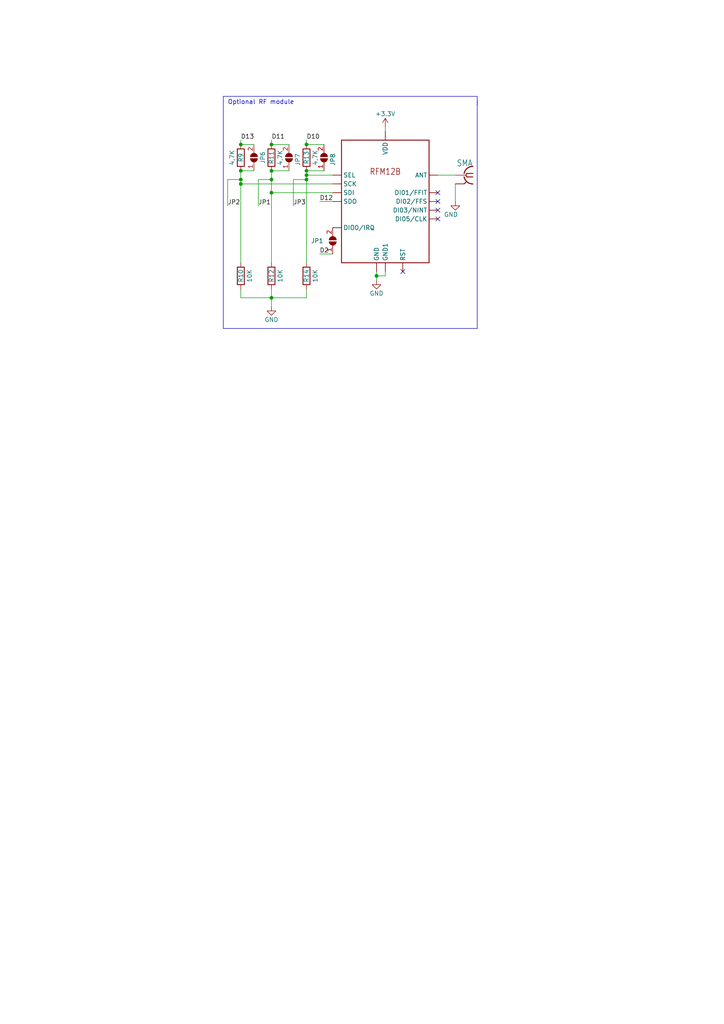
<source format=kicad_sch>
(kicad_sch (version 20230121) (generator eeschema)

  (uuid 80ba54c9-825a-4b9f-95dd-c801829e4ee7)

  (paper "A4" portrait)

  (lib_symbols
    (symbol "Device:R" (pin_numbers hide) (pin_names (offset 0)) (in_bom yes) (on_board yes)
      (property "Reference" "R" (at 2.032 0 90)
        (effects (font (size 1.27 1.27)))
      )
      (property "Value" "R" (at 0 0 90)
        (effects (font (size 1.27 1.27)))
      )
      (property "Footprint" "" (at -1.778 0 90)
        (effects (font (size 1.27 1.27)) hide)
      )
      (property "Datasheet" "~" (at 0 0 0)
        (effects (font (size 1.27 1.27)) hide)
      )
      (property "ki_keywords" "R res resistor" (at 0 0 0)
        (effects (font (size 1.27 1.27)) hide)
      )
      (property "ki_description" "Resistor" (at 0 0 0)
        (effects (font (size 1.27 1.27)) hide)
      )
      (property "ki_fp_filters" "R_*" (at 0 0 0)
        (effects (font (size 1.27 1.27)) hide)
      )
      (symbol "R_0_1"
        (rectangle (start -1.016 -2.54) (end 1.016 2.54)
          (stroke (width 0.254) (type default))
          (fill (type none))
        )
      )
      (symbol "R_1_1"
        (pin passive line (at 0 3.81 270) (length 1.27)
          (name "~" (effects (font (size 1.27 1.27))))
          (number "1" (effects (font (size 1.27 1.27))))
        )
        (pin passive line (at 0 -3.81 90) (length 1.27)
          (name "~" (effects (font (size 1.27 1.27))))
          (number "2" (effects (font (size 1.27 1.27))))
        )
      )
    )
    (symbol "Jumper:SolderJumper_2_Open" (pin_names (offset 0) hide) (in_bom yes) (on_board yes)
      (property "Reference" "JP" (at 0 2.032 0)
        (effects (font (size 1.27 1.27)))
      )
      (property "Value" "SolderJumper_2_Open" (at 0 -2.54 0)
        (effects (font (size 1.27 1.27)))
      )
      (property "Footprint" "" (at 0 0 0)
        (effects (font (size 1.27 1.27)) hide)
      )
      (property "Datasheet" "~" (at 0 0 0)
        (effects (font (size 1.27 1.27)) hide)
      )
      (property "ki_keywords" "solder jumper SPST" (at 0 0 0)
        (effects (font (size 1.27 1.27)) hide)
      )
      (property "ki_description" "Solder Jumper, 2-pole, open" (at 0 0 0)
        (effects (font (size 1.27 1.27)) hide)
      )
      (property "ki_fp_filters" "SolderJumper*Open*" (at 0 0 0)
        (effects (font (size 1.27 1.27)) hide)
      )
      (symbol "SolderJumper_2_Open_0_1"
        (arc (start -0.254 1.016) (mid -1.2656 0) (end -0.254 -1.016)
          (stroke (width 0) (type default))
          (fill (type none))
        )
        (arc (start -0.254 1.016) (mid -1.2656 0) (end -0.254 -1.016)
          (stroke (width 0) (type default))
          (fill (type outline))
        )
        (polyline
          (pts
            (xy -0.254 1.016)
            (xy -0.254 -1.016)
          )
          (stroke (width 0) (type default))
          (fill (type none))
        )
        (polyline
          (pts
            (xy 0.254 1.016)
            (xy 0.254 -1.016)
          )
          (stroke (width 0) (type default))
          (fill (type none))
        )
        (arc (start 0.254 -1.016) (mid 1.2656 0) (end 0.254 1.016)
          (stroke (width 0) (type default))
          (fill (type none))
        )
        (arc (start 0.254 -1.016) (mid 1.2656 0) (end 0.254 1.016)
          (stroke (width 0) (type default))
          (fill (type outline))
        )
      )
      (symbol "SolderJumper_2_Open_1_1"
        (pin passive line (at -3.81 0 0) (length 2.54)
          (name "A" (effects (font (size 1.27 1.27))))
          (number "1" (effects (font (size 1.27 1.27))))
        )
        (pin passive line (at 3.81 0 180) (length 2.54)
          (name "B" (effects (font (size 1.27 1.27))))
          (number "2" (effects (font (size 1.27 1.27))))
        )
      )
    )
    (symbol "UserDef:BU-SMA-V" (in_bom yes) (on_board yes)
      (property "Reference" "CN9" (at -3.81 2.54 0)
        (effects (font (size 1.778 1.5113)) (justify left bottom))
      )
      (property "Value" "BU-SMA-V" (at -3.81 -6.35 0)
        (effects (font (size 1.778 1.5113)) (justify left bottom))
      )
      (property "Footprint" "Connector_Coaxial:SMA_Amphenol_132291-12_Vertical" (at 0 0 0)
        (effects (font (size 1.27 1.27)) hide)
      )
      (property "Datasheet" "" (at 0 0 0)
        (effects (font (size 1.27 1.27)) hide)
      )
      (property "ki_locked" "" (at 0 0 0)
        (effects (font (size 1.27 1.27)))
      )
      (symbol "BU-SMA-V_1_0"
        (arc (start -2.54 -2.54) (mid -0.9022 -1.9838) (end 0 -0.508)
          (stroke (width 0.3048) (type default))
          (fill (type none))
        )
        (polyline
          (pts
            (xy -2.54 0.508)
            (xy -0.762 0.508)
          )
          (stroke (width 0.254) (type default))
          (fill (type none))
        )
        (polyline
          (pts
            (xy -0.762 -0.508)
            (xy -2.54 -0.508)
          )
          (stroke (width 0.254) (type default))
          (fill (type none))
        )
        (polyline
          (pts
            (xy -0.762 0.508)
            (xy -0.508 0)
          )
          (stroke (width 0.254) (type default))
          (fill (type none))
        )
        (polyline
          (pts
            (xy -0.508 0)
            (xy -0.762 -0.508)
          )
          (stroke (width 0.254) (type default))
          (fill (type none))
        )
        (polyline
          (pts
            (xy 0 -2.54)
            (xy -0.762 -1.778)
          )
          (stroke (width 0.254) (type default))
          (fill (type none))
        )
        (polyline
          (pts
            (xy 0 0)
            (xy -0.508 0)
          )
          (stroke (width 0.1524) (type default))
          (fill (type none))
        )
        (arc (start 0 0.508) (mid -0.9022 1.9838) (end -2.54 2.54)
          (stroke (width 0.3048) (type default))
          (fill (type none))
        )
        (pin passive line (at 2.54 0 180) (length 2.54)
          (name "1" (effects (font (size 0 0))))
          (number "1" (effects (font (size 0 0))))
        )
        (pin passive line (at 2.54 -2.54 180) (length 2.54)
          (name "2" (effects (font (size 0 0))))
          (number "2" (effects (font (size 0 0))))
        )
        (pin passive line (at 2.54 -2.54 180) (length 2.54)
          (name "2" (effects (font (size 0 0))))
          (number "3" (effects (font (size 0 0))))
        )
        (pin passive line (at 2.54 -2.54 180) (length 2.54)
          (name "2" (effects (font (size 0 0))))
          (number "4" (effects (font (size 0 0))))
        )
        (pin passive line (at 2.54 -2.54 180) (length 2.54)
          (name "2" (effects (font (size 0 0))))
          (number "5" (effects (font (size 0 0))))
        )
      )
    )
    (symbol "UserDef:RFM12B" (in_bom yes) (on_board yes)
      (property "Reference" "RF1" (at 0 8.89 0)
        (effects (font (size 1.27 1.27)) hide)
      )
      (property "Value" "RFM12B" (at 0 6.35 0)
        (effects (font (size 1.27 1.27)) hide)
      )
      (property "Footprint" "RF_Module:RFM12B" (at 0 -7.62 0)
        (effects (font (size 1.27 1.27)) hide)
      )
      (property "Datasheet" "" (at 0 0 0)
        (effects (font (size 1.27 1.27)) hide)
      )
      (property "ki_locked" "" (at 0 0 0)
        (effects (font (size 1.27 1.27)))
      )
      (symbol "RFM12B_1_0"
        (polyline
          (pts
            (xy -12.7 -15.24)
            (xy -12.7 20.32)
          )
          (stroke (width 0.254) (type default))
          (fill (type none))
        )
        (polyline
          (pts
            (xy -12.7 20.32)
            (xy 12.7 20.32)
          )
          (stroke (width 0.254) (type default))
          (fill (type none))
        )
        (polyline
          (pts
            (xy 12.7 -15.24)
            (xy -12.7 -15.24)
          )
          (stroke (width 0.254) (type default))
          (fill (type none))
        )
        (polyline
          (pts
            (xy 12.7 20.32)
            (xy 12.7 -15.24)
          )
          (stroke (width 0.254) (type default))
          (fill (type none))
        )
        (text "RFM12B" (at 0 10.16 0)
          (effects (font (size 1.778 1.5113)) (justify bottom))
        )
        (pin passive line (at 15.24 10.16 180) (length 2.54)
          (name "ANT" (effects (font (size 1.27 1.27))))
          (number "ANT" (effects (font (size 0 0))))
        )
        (pin passive line (at 15.24 -2.54 180) (length 2.54)
          (name "DI05/CLK" (effects (font (size 1.27 1.27))))
          (number "CLK" (effects (font (size 0 0))))
        )
        (pin passive line (at 15.24 5.08 180) (length 2.54)
          (name "DI01/FFIT" (effects (font (size 1.27 1.27))))
          (number "FFIT" (effects (font (size 0 0))))
        )
        (pin bidirectional line (at 15.24 2.54 180) (length 2.54)
          (name "DI02/FFS" (effects (font (size 1.27 1.27))))
          (number "FFS" (effects (font (size 0 0))))
        )
        (pin power_in line (at -2.54 -17.78 90) (length 2.54)
          (name "GND" (effects (font (size 1.27 1.27))))
          (number "GND" (effects (font (size 0 0))))
        )
        (pin power_in line (at 0 -17.78 90) (length 2.54)
          (name "GND1" (effects (font (size 1.27 1.27))))
          (number "GND1" (effects (font (size 0 0))))
        )
        (pin open_collector line (at -15.24 -5.08 0) (length 2.54)
          (name "DIO0/IRQ" (effects (font (size 1.27 1.27))))
          (number "IRQ" (effects (font (size 0 0))))
        )
        (pin passive line (at 15.24 0 180) (length 2.54)
          (name "DI03/NINT" (effects (font (size 1.27 1.27))))
          (number "NINT" (effects (font (size 0 0))))
        )
        (pin open_collector line (at 5.08 -17.78 90) (length 2.54)
          (name "RST" (effects (font (size 1.27 1.27))))
          (number "RST" (effects (font (size 0 0))))
        )
        (pin input line (at -15.24 7.62 0) (length 2.54)
          (name "SCK" (effects (font (size 1.27 1.27))))
          (number "SCK" (effects (font (size 0 0))))
        )
        (pin input line (at -15.24 5.08 0) (length 2.54)
          (name "SDI" (effects (font (size 1.27 1.27))))
          (number "SDI" (effects (font (size 0 0))))
        )
        (pin output line (at -15.24 2.54 0) (length 2.54)
          (name "SDO" (effects (font (size 1.27 1.27))))
          (number "SDO" (effects (font (size 0 0))))
        )
        (pin input line (at -15.24 10.16 0) (length 2.54)
          (name "SEL" (effects (font (size 1.27 1.27))))
          (number "SEL" (effects (font (size 0 0))))
        )
        (pin power_in line (at 0 22.86 270) (length 2.54)
          (name "VDD" (effects (font (size 1.27 1.27))))
          (number "VDD" (effects (font (size 0 0))))
        )
      )
    )
    (symbol "power:+3.3V" (power) (pin_names (offset 0)) (in_bom yes) (on_board yes)
      (property "Reference" "#PWR" (at 0 -3.81 0)
        (effects (font (size 1.27 1.27)) hide)
      )
      (property "Value" "+3.3V" (at 0 3.556 0)
        (effects (font (size 1.27 1.27)))
      )
      (property "Footprint" "" (at 0 0 0)
        (effects (font (size 1.27 1.27)) hide)
      )
      (property "Datasheet" "" (at 0 0 0)
        (effects (font (size 1.27 1.27)) hide)
      )
      (property "ki_keywords" "power-flag" (at 0 0 0)
        (effects (font (size 1.27 1.27)) hide)
      )
      (property "ki_description" "Power symbol creates a global label with name \"+3.3V\"" (at 0 0 0)
        (effects (font (size 1.27 1.27)) hide)
      )
      (symbol "+3.3V_0_1"
        (polyline
          (pts
            (xy -0.762 1.27)
            (xy 0 2.54)
          )
          (stroke (width 0) (type default))
          (fill (type none))
        )
        (polyline
          (pts
            (xy 0 0)
            (xy 0 2.54)
          )
          (stroke (width 0) (type default))
          (fill (type none))
        )
        (polyline
          (pts
            (xy 0 2.54)
            (xy 0.762 1.27)
          )
          (stroke (width 0) (type default))
          (fill (type none))
        )
      )
      (symbol "+3.3V_1_1"
        (pin power_in line (at 0 0 90) (length 0) hide
          (name "+3.3V" (effects (font (size 1.27 1.27))))
          (number "1" (effects (font (size 1.27 1.27))))
        )
      )
    )
    (symbol "power:GND" (power) (pin_names (offset 0)) (in_bom yes) (on_board yes)
      (property "Reference" "#PWR" (at 0 -6.35 0)
        (effects (font (size 1.27 1.27)) hide)
      )
      (property "Value" "GND" (at 0 -3.81 0)
        (effects (font (size 1.27 1.27)))
      )
      (property "Footprint" "" (at 0 0 0)
        (effects (font (size 1.27 1.27)) hide)
      )
      (property "Datasheet" "" (at 0 0 0)
        (effects (font (size 1.27 1.27)) hide)
      )
      (property "ki_keywords" "power-flag" (at 0 0 0)
        (effects (font (size 1.27 1.27)) hide)
      )
      (property "ki_description" "Power symbol creates a global label with name \"GND\" , ground" (at 0 0 0)
        (effects (font (size 1.27 1.27)) hide)
      )
      (symbol "GND_0_1"
        (polyline
          (pts
            (xy 0 0)
            (xy 0 -1.27)
            (xy 1.27 -1.27)
            (xy 0 -2.54)
            (xy -1.27 -1.27)
            (xy 0 -1.27)
          )
          (stroke (width 0) (type default))
          (fill (type none))
        )
      )
      (symbol "GND_1_1"
        (pin power_in line (at 0 0 270) (length 0) hide
          (name "GND" (effects (font (size 1.27 1.27))))
          (number "1" (effects (font (size 1.27 1.27))))
        )
      )
    )
  )

  (junction (at 78.74 86.36) (diameter 0) (color 0 0 0 0)
    (uuid 1bb1ae6d-50a9-4fc6-9ed7-9ffac6ef0319)
  )
  (junction (at 69.85 52.07) (diameter 0) (color 0 0 0 0)
    (uuid 244d3d2c-4a63-4466-9077-24384f22394c)
  )
  (junction (at 78.74 49.53) (diameter 0) (color 0 0 0 0)
    (uuid 26c2658c-6ca1-49cd-9526-9ca8ed0e1fb8)
  )
  (junction (at 78.74 55.88) (diameter 0) (color 0 0 0 0)
    (uuid 4560e110-ffbd-479d-b3c8-745b7885633c)
  )
  (junction (at 69.85 53.34) (diameter 0) (color 0 0 0 0)
    (uuid 4963c93f-6a22-47a7-935d-0b1dc08888c6)
  )
  (junction (at 88.9 50.8) (diameter 0) (color 0 0 0 0)
    (uuid 4b529c2b-f2b8-43c8-9be2-a8b0f96f65f5)
  )
  (junction (at 109.22 80.01) (diameter 0) (color 0 0 0 0)
    (uuid 69896d91-28ea-4cdd-b5f9-459713fe2d1b)
  )
  (junction (at 88.9 49.53) (diameter 0) (color 0 0 0 0)
    (uuid 912a114a-84a8-4eda-9fa9-5f80160b950e)
  )
  (junction (at 88.9 41.91) (diameter 0) (color 0 0 0 0)
    (uuid a20ed283-4efb-442f-b0f6-f607cb293205)
  )
  (junction (at 78.74 52.07) (diameter 0) (color 0 0 0 0)
    (uuid a61aaeef-bd3b-4a2a-84e3-66fd46413ec0)
  )
  (junction (at 69.85 49.53) (diameter 0) (color 0 0 0 0)
    (uuid d5c24207-1d62-48d7-b55c-b919b272f692)
  )
  (junction (at 78.74 41.91) (diameter 0) (color 0 0 0 0)
    (uuid dba580b0-a020-4a00-a448-adc2bbb24b92)
  )
  (junction (at 88.9 52.07) (diameter 0) (color 0 0 0 0)
    (uuid e05e997a-8e30-4f65-88ba-c0fdb6eed7a8)
  )
  (junction (at 69.85 41.91) (diameter 0) (color 0 0 0 0)
    (uuid e201b499-e048-4058-8421-3e4753f20919)
  )

  (no_connect (at 127 55.88) (uuid 764473e2-bef0-4bf8-b972-afa55093f946))
  (no_connect (at 127 60.96) (uuid b542364e-b5ec-4d8b-9aa1-3e75918dabd6))
  (no_connect (at 127 63.5) (uuid c9619ab1-e110-4191-ae94-c4c8cb4c1b27))
  (no_connect (at 127 58.42) (uuid ccff9caa-1dd8-4767-bcbe-47c6783ddb33))
  (no_connect (at 116.84 78.74) (uuid f3c204c4-b357-40d4-a27e-72404bbf5627))

  (wire (pts (xy 88.9 50.8) (xy 88.9 49.53))
    (stroke (width 0) (type default))
    (uuid 00807da0-dbfd-4c1e-897d-6e2ec27491ba)
  )
  (wire (pts (xy 78.74 83.82) (xy 78.74 86.36))
    (stroke (width 0) (type default))
    (uuid 018f991d-8972-483b-896f-7d6085b47af1)
  )
  (wire (pts (xy 111.76 80.01) (xy 109.22 80.01))
    (stroke (width 0) (type default))
    (uuid 09c851c1-3c60-4cb3-8223-5db91c05aac0)
  )
  (polyline (pts (xy 64.77 95.25) (xy 64.77 27.94))
    (stroke (width 0) (type default))
    (uuid 178f7951-d7be-4b24-9b93-9393bb8b798d)
  )

  (wire (pts (xy 127 50.8) (xy 132.08 50.8))
    (stroke (width 0) (type default))
    (uuid 1944c6a6-bb89-4820-9822-bf021aefe4ee)
  )
  (wire (pts (xy 69.85 40.64) (xy 69.85 41.91))
    (stroke (width 0) (type default))
    (uuid 2abb635a-96f7-4fc8-8944-1239cdafb88a)
  )
  (polyline (pts (xy 138.43 27.94) (xy 138.43 30.48))
    (stroke (width 0) (type default))
    (uuid 2f76a4d0-8a2d-4326-8348-ad203692f402)
  )

  (wire (pts (xy 109.22 78.74) (xy 109.22 80.01))
    (stroke (width 0) (type default))
    (uuid 335dad69-836d-42da-9a06-184dca0e3004)
  )
  (wire (pts (xy 78.74 55.88) (xy 78.74 76.2))
    (stroke (width 0) (type default))
    (uuid 3a9485b1-7c2f-4890-baed-fbe097e102cf)
  )
  (wire (pts (xy 88.9 50.8) (xy 88.9 52.07))
    (stroke (width 0) (type default))
    (uuid 469606ca-d1bf-4e02-90d9-9b9cce1e480e)
  )
  (wire (pts (xy 69.85 86.36) (xy 78.74 86.36))
    (stroke (width 0) (type default))
    (uuid 4e4adfa9-5f00-4f38-929b-37fcc92d8d27)
  )
  (wire (pts (xy 78.74 52.07) (xy 74.93 52.07))
    (stroke (width 0) (type default))
    (uuid 565b6b1d-9be5-4a54-a5af-6f3917a086bf)
  )
  (wire (pts (xy 109.22 80.01) (xy 109.22 81.28))
    (stroke (width 0) (type default))
    (uuid 593dbd8c-8def-4589-904c-1f2bfaedd3c7)
  )
  (wire (pts (xy 111.76 36.83) (xy 111.76 38.1))
    (stroke (width 0) (type default))
    (uuid 59dedafc-140e-47b2-942e-4ac65398cf74)
  )
  (wire (pts (xy 78.74 52.07) (xy 78.74 49.53))
    (stroke (width 0) (type default))
    (uuid 61682692-6ecc-4d39-b8ef-9f6d89eafda7)
  )
  (polyline (pts (xy 138.43 95.25) (xy 64.77 95.25))
    (stroke (width 0) (type default))
    (uuid 645726b4-65ef-437f-84ad-14a277328157)
  )

  (wire (pts (xy 88.9 49.53) (xy 93.98 49.53))
    (stroke (width 0) (type default))
    (uuid 66080635-a18e-41d4-bb38-ff17f66e8aca)
  )
  (wire (pts (xy 69.85 52.07) (xy 69.85 49.53))
    (stroke (width 0) (type default))
    (uuid 681971e2-128f-4b43-8fa6-df9fb2cae4ff)
  )
  (wire (pts (xy 69.85 53.34) (xy 96.52 53.34))
    (stroke (width 0) (type default))
    (uuid 6970b774-889e-44c7-89b2-9c345340b734)
  )
  (wire (pts (xy 88.9 52.07) (xy 88.9 76.2))
    (stroke (width 0) (type default))
    (uuid 6e1ff90a-4571-47ac-b595-670c98fb18ff)
  )
  (wire (pts (xy 92.71 73.66) (xy 96.52 73.66))
    (stroke (width 0) (type default))
    (uuid 729e9aff-ffd7-43c2-9a31-274f953e7a8c)
  )
  (wire (pts (xy 69.85 52.07) (xy 69.85 53.34))
    (stroke (width 0) (type default))
    (uuid 75000cd0-94f1-4850-8a5f-c911bee40ca7)
  )
  (wire (pts (xy 88.9 41.91) (xy 93.98 41.91))
    (stroke (width 0) (type default))
    (uuid 7bbc49cf-7749-49d8-b3f6-3de62a2b99cf)
  )
  (wire (pts (xy 69.85 49.53) (xy 73.66 49.53))
    (stroke (width 0) (type default))
    (uuid 82618b68-0ebf-4205-9b28-eeb13c200f09)
  )
  (wire (pts (xy 69.85 83.82) (xy 69.85 86.36))
    (stroke (width 0) (type default))
    (uuid 84dc9cad-530e-45b8-8847-f112f7d82fb5)
  )
  (wire (pts (xy 74.93 52.07) (xy 74.93 59.69))
    (stroke (width 0) (type default))
    (uuid 86b9f841-149d-4801-82a4-bc9e9823b48c)
  )
  (wire (pts (xy 78.74 41.91) (xy 83.82 41.91))
    (stroke (width 0) (type default))
    (uuid 8c33cfb8-f65b-42b6-9799-f36bc9c42122)
  )
  (wire (pts (xy 92.71 58.42) (xy 96.52 58.42))
    (stroke (width 0) (type default))
    (uuid 8cbabdfd-967d-4fe6-98b7-4c3dd5db88b5)
  )
  (wire (pts (xy 88.9 52.07) (xy 85.09 52.07))
    (stroke (width 0) (type default))
    (uuid 9739d5c9-a243-41af-9ab8-9bd78606aa87)
  )
  (wire (pts (xy 78.74 86.36) (xy 88.9 86.36))
    (stroke (width 0) (type default))
    (uuid a0d704bc-caad-41ab-909d-48228877417e)
  )
  (wire (pts (xy 88.9 40.64) (xy 88.9 41.91))
    (stroke (width 0) (type default))
    (uuid aabaffe6-3a3d-4f2c-9c8e-73ae887d43be)
  )
  (wire (pts (xy 78.74 52.07) (xy 78.74 55.88))
    (stroke (width 0) (type default))
    (uuid afd168c1-9aa1-4b60-8903-aa194e80ea28)
  )
  (wire (pts (xy 69.85 41.91) (xy 73.66 41.91))
    (stroke (width 0) (type default))
    (uuid aff19258-d462-4453-895a-0b636eeec92f)
  )
  (wire (pts (xy 96.52 50.8) (xy 88.9 50.8))
    (stroke (width 0) (type default))
    (uuid b2529a1a-84b3-4afd-8cf3-31ceefb9d420)
  )
  (polyline (pts (xy 64.77 27.94) (xy 138.43 27.94))
    (stroke (width 0) (type default))
    (uuid b5db3d82-be06-4450-88ea-beb550ed3b4d)
  )

  (wire (pts (xy 69.85 53.34) (xy 69.85 76.2))
    (stroke (width 0) (type default))
    (uuid c1b40c35-3c22-4f4e-b6b6-73dac2302b2a)
  )
  (polyline (pts (xy 138.43 29.21) (xy 138.43 95.25))
    (stroke (width 0) (type default))
    (uuid c73dfa63-8ae5-4285-92d2-266970e9afed)
  )

  (wire (pts (xy 69.85 52.07) (xy 66.04 52.07))
    (stroke (width 0) (type default))
    (uuid c929e766-a9d5-4152-9e94-e306c9309b7f)
  )
  (wire (pts (xy 78.74 86.36) (xy 78.74 88.9))
    (stroke (width 0) (type default))
    (uuid cb151514-0ba4-4f02-8309-9357aa6fe76f)
  )
  (wire (pts (xy 132.08 53.34) (xy 132.08 58.42))
    (stroke (width 0) (type default))
    (uuid e1dbb16d-5a42-46f2-b9de-602605da6774)
  )
  (wire (pts (xy 78.74 40.64) (xy 78.74 41.91))
    (stroke (width 0) (type default))
    (uuid ea14c794-2263-4033-98c8-2d7736398391)
  )
  (wire (pts (xy 78.74 49.53) (xy 83.82 49.53))
    (stroke (width 0) (type default))
    (uuid ebd3b1fc-77e0-47a5-aeac-c4480cc8f5c9)
  )
  (wire (pts (xy 85.09 52.07) (xy 85.09 59.69))
    (stroke (width 0) (type default))
    (uuid ed22bfcf-e99b-42fa-a4cf-0f70e3acfb4a)
  )
  (wire (pts (xy 111.76 78.74) (xy 111.76 80.01))
    (stroke (width 0) (type default))
    (uuid eef29a92-1f9a-4a30-bf50-fc45666ab19b)
  )
  (wire (pts (xy 96.52 55.88) (xy 78.74 55.88))
    (stroke (width 0) (type default))
    (uuid f8f5c4b9-f300-4c1f-822d-b35ab31024a3)
  )
  (wire (pts (xy 88.9 86.36) (xy 88.9 83.82))
    (stroke (width 0) (type default))
    (uuid fca43c48-28d8-40ef-abe8-aff9e302242c)
  )
  (wire (pts (xy 66.04 52.07) (xy 66.04 59.69))
    (stroke (width 0) (type default))
    (uuid ff1ab791-ab09-4f8f-a0fe-ce859c8bd2db)
  )

  (text "Optional RF module" (at 66.04 30.48 0)
    (effects (font (size 1.27 1.27)) (justify left bottom))
    (uuid 763e1c9f-17e1-4bdd-ae0c-0f09b4d94e48)
  )

  (label "JP1" (at 74.93 59.69 0) (fields_autoplaced)
    (effects (font (size 1.27 1.27)) (justify left bottom))
    (uuid 33c64a55-7579-4804-92fa-641746b2be27)
  )
  (label "JP2" (at 66.04 59.69 0) (fields_autoplaced)
    (effects (font (size 1.27 1.27)) (justify left bottom))
    (uuid 37591ffe-8f23-4da6-aa40-57b54c9b157c)
  )
  (label "D10" (at 88.9 40.64 0) (fields_autoplaced)
    (effects (font (size 1.27 1.27)) (justify left bottom))
    (uuid 3b266d4c-8cbf-49a7-8a4f-f131ea1b2c3d)
  )
  (label "JP3" (at 85.09 59.69 0) (fields_autoplaced)
    (effects (font (size 1.27 1.27)) (justify left bottom))
    (uuid 5d0a4043-91c8-4566-967a-d9a06ba70a2a)
  )
  (label "D12" (at 92.71 58.42 0) (fields_autoplaced)
    (effects (font (size 1.27 1.27)) (justify left bottom))
    (uuid 67620df7-8f90-4d01-948a-58b757bca9eb)
  )
  (label "D11" (at 78.74 40.64 0) (fields_autoplaced)
    (effects (font (size 1.27 1.27)) (justify left bottom))
    (uuid 69098588-675d-4aab-81e3-3c1163d8ad72)
  )
  (label "D13" (at 69.85 40.64 0) (fields_autoplaced)
    (effects (font (size 1.27 1.27)) (justify left bottom))
    (uuid bc4f906f-8815-4037-83cf-535e150f950d)
  )
  (label "D2" (at 92.71 73.66 0) (fields_autoplaced)
    (effects (font (size 1.27 1.27)) (justify left bottom))
    (uuid c9b02ae6-4541-4d94-8dd8-7fdf85fc4cec)
  )

  (symbol (lib_id "Device:R") (at 78.74 45.72 0) (unit 1)
    (in_bom yes) (on_board yes) (dnp no)
    (uuid 06b431c1-1371-4ff0-9b00-9eef93a794bf)
    (property "Reference" "R11" (at 78.74 45.72 90)
      (effects (font (size 1.27 1.27)))
    )
    (property "Value" "4,7K" (at 81.28 45.72 90)
      (effects (font (size 1.27 1.27)))
    )
    (property "Footprint" "PCM_Resistor_THT_AKL:R_Axial_DIN0207_L6.3mm_D2.5mm_P10.16mm_Horizontal" (at 76.962 45.72 90)
      (effects (font (size 1.27 1.27)) hide)
    )
    (property "Datasheet" "~" (at 78.74 45.72 0)
      (effects (font (size 1.27 1.27)) hide)
    )
    (pin "1" (uuid 6dc22500-af8f-4a5a-82b9-81bf5185a4a3))
    (pin "2" (uuid 16ce2cfe-80a1-459d-8aae-8b5b54de327d))
    (instances
      (project "mono"
        (path "/e0cdf911-34f3-408c-876d-cd257b3df45c"
          (reference "R11") (unit 1)
        )
        (path "/e0cdf911-34f3-408c-876d-cd257b3df45c/903dc586-7e7c-48e5-ad32-485ba645048d"
          (reference "R25") (unit 1)
        )
      )
      (project "3phaseDiverter"
        (path "/e63e39d7-6ac0-4ffd-8aa3-1841a4541b55"
          (reference "R14") (unit 1)
        )
      )
    )
  )

  (symbol (lib_id "Device:R") (at 88.9 45.72 0) (unit 1)
    (in_bom yes) (on_board yes) (dnp no)
    (uuid 163517e8-a713-495b-804c-b91a0e72c0bf)
    (property "Reference" "R13" (at 88.9 45.72 90)
      (effects (font (size 1.27 1.27)))
    )
    (property "Value" "4,7K" (at 91.44 45.72 90)
      (effects (font (size 1.27 1.27)))
    )
    (property "Footprint" "PCM_Resistor_THT_AKL:R_Axial_DIN0207_L6.3mm_D2.5mm_P10.16mm_Horizontal" (at 87.122 45.72 90)
      (effects (font (size 1.27 1.27)) hide)
    )
    (property "Datasheet" "~" (at 88.9 45.72 0)
      (effects (font (size 1.27 1.27)) hide)
    )
    (pin "1" (uuid 769ee40b-69bf-4083-9710-52c07e61931b))
    (pin "2" (uuid 2475abc6-9dd2-44f7-98d2-288e523262ca))
    (instances
      (project "mono"
        (path "/e0cdf911-34f3-408c-876d-cd257b3df45c"
          (reference "R13") (unit 1)
        )
        (path "/e0cdf911-34f3-408c-876d-cd257b3df45c/903dc586-7e7c-48e5-ad32-485ba645048d"
          (reference "R26") (unit 1)
        )
      )
      (project "3phaseDiverter"
        (path "/e63e39d7-6ac0-4ffd-8aa3-1841a4541b55"
          (reference "R15") (unit 1)
        )
      )
    )
  )

  (symbol (lib_id "Jumper:SolderJumper_2_Open") (at 96.52 69.85 90) (unit 1)
    (in_bom yes) (on_board yes) (dnp no)
    (uuid 2e31df58-8e49-4959-9d42-9ff22e3c0d51)
    (property "Reference" "JP1" (at 90.17 69.85 90)
      (effects (font (size 1.27 1.27)) (justify right))
    )
    (property "Value" "SolderJumper_2_Open" (at 99.06 71.1199 90)
      (effects (font (size 1.27 1.27)) (justify right) hide)
    )
    (property "Footprint" "Jumper:SolderJumper-2_P1.3mm_Open_TrianglePad1.0x1.5mm" (at 96.52 69.85 0)
      (effects (font (size 1.27 1.27)) hide)
    )
    (property "Datasheet" "~" (at 96.52 69.85 0)
      (effects (font (size 1.27 1.27)) hide)
    )
    (pin "1" (uuid 33f2aeb8-ddcd-4584-b75d-d38db0ee0b4f))
    (pin "2" (uuid 0b1fe81b-33e7-49f2-bb6e-b9172af84314))
    (instances
      (project "mono"
        (path "/e0cdf911-34f3-408c-876d-cd257b3df45c"
          (reference "JP1") (unit 1)
        )
        (path "/e0cdf911-34f3-408c-876d-cd257b3df45c/903dc586-7e7c-48e5-ad32-485ba645048d"
          (reference "JP16") (unit 1)
        )
      )
      (project "3phaseDiverter"
        (path "/e63e39d7-6ac0-4ffd-8aa3-1841a4541b55"
          (reference "JP3") (unit 1)
        )
      )
    )
  )

  (symbol (lib_id "power:GND") (at 132.08 58.42 0) (unit 1)
    (in_bom yes) (on_board yes) (dnp no)
    (uuid 2e716bf7-02a7-4127-99bf-048a6d60a7f9)
    (property "Reference" "#PWR032" (at 132.08 64.77 0)
      (effects (font (size 1.27 1.27)) hide)
    )
    (property "Value" "GND" (at 130.81 62.23 0)
      (effects (font (size 1.27 1.27)))
    )
    (property "Footprint" "" (at 132.08 58.42 0)
      (effects (font (size 1.27 1.27)) hide)
    )
    (property "Datasheet" "" (at 132.08 58.42 0)
      (effects (font (size 1.27 1.27)) hide)
    )
    (pin "1" (uuid 68101d8e-8d7f-4bb6-b717-b6185e5fd5a1))
    (instances
      (project "mono"
        (path "/e0cdf911-34f3-408c-876d-cd257b3df45c"
          (reference "#PWR032") (unit 1)
        )
        (path "/e0cdf911-34f3-408c-876d-cd257b3df45c/903dc586-7e7c-48e5-ad32-485ba645048d"
          (reference "#PWR032") (unit 1)
        )
      )
      (project "3phaseDiverter"
        (path "/e63e39d7-6ac0-4ffd-8aa3-1841a4541b55"
          (reference "#PWR04") (unit 1)
        )
      )
    )
  )

  (symbol (lib_id "Device:R") (at 69.85 80.01 180) (unit 1)
    (in_bom yes) (on_board yes) (dnp no)
    (uuid 750b4525-83c7-4b33-8fbd-e59d68d3f8e2)
    (property "Reference" "R10" (at 69.85 80.01 90)
      (effects (font (size 1.27 1.27)))
    )
    (property "Value" "10K" (at 72.39 80.01 90)
      (effects (font (size 1.27 1.27)))
    )
    (property "Footprint" "PCM_Resistor_THT_AKL:R_Axial_DIN0207_L6.3mm_D2.5mm_P10.16mm_Horizontal" (at 71.628 80.01 90)
      (effects (font (size 1.27 1.27)) hide)
    )
    (property "Datasheet" "~" (at 69.85 80.01 0)
      (effects (font (size 1.27 1.27)) hide)
    )
    (pin "1" (uuid f696b644-d905-4ed6-9f44-21621288c3bf))
    (pin "2" (uuid 794b8e70-88c1-4db6-bcf5-02580e56a677))
    (instances
      (project "mono"
        (path "/e0cdf911-34f3-408c-876d-cd257b3df45c"
          (reference "R10") (unit 1)
        )
        (path "/e0cdf911-34f3-408c-876d-cd257b3df45c/903dc586-7e7c-48e5-ad32-485ba645048d"
          (reference "R21") (unit 1)
        )
      )
      (project "3phaseDiverter"
        (path "/e63e39d7-6ac0-4ffd-8aa3-1841a4541b55"
          (reference "R16") (unit 1)
        )
      )
    )
  )

  (symbol (lib_id "power:GND") (at 109.22 81.28 0) (unit 1)
    (in_bom yes) (on_board yes) (dnp no)
    (uuid 78e1f825-966c-4e40-8b1e-00ef7c2f16ba)
    (property "Reference" "#PWR029" (at 109.22 87.63 0)
      (effects (font (size 1.27 1.27)) hide)
    )
    (property "Value" "GND" (at 109.22 85.09 0)
      (effects (font (size 1.27 1.27)))
    )
    (property "Footprint" "" (at 109.22 81.28 0)
      (effects (font (size 1.27 1.27)) hide)
    )
    (property "Datasheet" "" (at 109.22 81.28 0)
      (effects (font (size 1.27 1.27)) hide)
    )
    (pin "1" (uuid 6e1786d7-0c90-4194-a170-f0d106f0701f))
    (instances
      (project "mono"
        (path "/e0cdf911-34f3-408c-876d-cd257b3df45c"
          (reference "#PWR029") (unit 1)
        )
        (path "/e0cdf911-34f3-408c-876d-cd257b3df45c/903dc586-7e7c-48e5-ad32-485ba645048d"
          (reference "#PWR029") (unit 1)
        )
      )
      (project "3phaseDiverter"
        (path "/e63e39d7-6ac0-4ffd-8aa3-1841a4541b55"
          (reference "#PWR02") (unit 1)
        )
      )
    )
  )

  (symbol (lib_id "UserDef:BU-SMA-V") (at 134.62 50.8 0) (mirror y) (unit 1)
    (in_bom yes) (on_board yes) (dnp no)
    (uuid 7f90ebdb-6310-409d-8a04-36d8ddc2804f)
    (property "Reference" "CN1" (at 134.62 48.26 0)
      (effects (font (size 1.778 1.5113)) (justify left bottom) hide)
    )
    (property "Value" "SMA" (at 137.16 48.26 0)
      (effects (font (size 1.778 1.5113)) (justify left bottom))
    )
    (property "Footprint" "Connector_Coaxial:SMA_Amphenol_132291-12_Vertical" (at 134.62 50.8 0)
      (effects (font (size 1.27 1.27)) hide)
    )
    (property "Datasheet" "" (at 134.62 50.8 0)
      (effects (font (size 1.27 1.27)) hide)
    )
    (pin "1" (uuid e7df8718-4383-43f7-9c5a-4a6c64b9f946))
    (pin "2" (uuid 06275151-7e0a-4d10-aa1b-afbff8b36b16))
    (pin "3" (uuid daa6f209-3117-4aa8-a7ad-f702e5bd8a18))
    (pin "4" (uuid 192105f2-ece1-49a3-b134-80639ca5da35))
    (pin "5" (uuid 7c8b0e91-fc1f-4ad2-8796-82ebdc814a10))
    (instances
      (project "mono"
        (path "/e0cdf911-34f3-408c-876d-cd257b3df45c"
          (reference "CN1") (unit 1)
        )
        (path "/e0cdf911-34f3-408c-876d-cd257b3df45c/903dc586-7e7c-48e5-ad32-485ba645048d"
          (reference "CN1") (unit 1)
        )
      )
      (project "3phaseDiverter"
        (path "/e63e39d7-6ac0-4ffd-8aa3-1841a4541b55"
          (reference "CN9") (unit 1)
        )
      )
    )
  )

  (symbol (lib_id "Jumper:SolderJumper_2_Open") (at 83.82 45.72 90) (unit 1)
    (in_bom yes) (on_board yes) (dnp no)
    (uuid 818f8fcb-b1d7-415f-a77a-5bd947743e4a)
    (property "Reference" "JP7" (at 86.36 44.45 0)
      (effects (font (size 1.27 1.27)) (justify right))
    )
    (property "Value" "SolderJumper_2_Open" (at 86.36 46.9899 90)
      (effects (font (size 1.27 1.27)) (justify right) hide)
    )
    (property "Footprint" "Jumper:SolderJumper-2_P1.3mm_Open_TrianglePad1.0x1.5mm" (at 83.82 45.72 0)
      (effects (font (size 1.27 1.27)) hide)
    )
    (property "Datasheet" "~" (at 83.82 45.72 0)
      (effects (font (size 1.27 1.27)) hide)
    )
    (pin "1" (uuid 083d6bd5-1242-431e-a00f-25909ab3fe92))
    (pin "2" (uuid 8cbef928-aaca-4aac-9cd5-61fd85d29654))
    (instances
      (project "mono"
        (path "/e0cdf911-34f3-408c-876d-cd257b3df45c"
          (reference "JP7") (unit 1)
        )
        (path "/e0cdf911-34f3-408c-876d-cd257b3df45c/903dc586-7e7c-48e5-ad32-485ba645048d"
          (reference "JP7") (unit 1)
        )
      )
      (project "3phaseDiverter"
        (path "/e63e39d7-6ac0-4ffd-8aa3-1841a4541b55"
          (reference "JP3") (unit 1)
        )
      )
    )
  )

  (symbol (lib_id "Device:R") (at 88.9 80.01 180) (unit 1)
    (in_bom yes) (on_board yes) (dnp no)
    (uuid 874a7429-1b9f-40b9-8bc3-05e9eb037d1a)
    (property "Reference" "R14" (at 88.9 80.01 90)
      (effects (font (size 1.27 1.27)))
    )
    (property "Value" "10K" (at 91.44 80.01 90)
      (effects (font (size 1.27 1.27)))
    )
    (property "Footprint" "PCM_Resistor_THT_AKL:R_Axial_DIN0207_L6.3mm_D2.5mm_P10.16mm_Horizontal" (at 90.678 80.01 90)
      (effects (font (size 1.27 1.27)) hide)
    )
    (property "Datasheet" "~" (at 88.9 80.01 0)
      (effects (font (size 1.27 1.27)) hide)
    )
    (pin "1" (uuid 5515eb10-56d1-49a7-824d-25727712a91f))
    (pin "2" (uuid 69fba8c7-d1e0-491c-9abb-b41370f65636))
    (instances
      (project "mono"
        (path "/e0cdf911-34f3-408c-876d-cd257b3df45c"
          (reference "R14") (unit 1)
        )
        (path "/e0cdf911-34f3-408c-876d-cd257b3df45c/903dc586-7e7c-48e5-ad32-485ba645048d"
          (reference "R23") (unit 1)
        )
      )
      (project "3phaseDiverter"
        (path "/e63e39d7-6ac0-4ffd-8aa3-1841a4541b55"
          (reference "R18") (unit 1)
        )
      )
    )
  )

  (symbol (lib_id "power:+3.3V") (at 111.76 36.83 0) (unit 1)
    (in_bom yes) (on_board yes) (dnp no)
    (uuid 8c73c480-1b4f-4ebf-b580-2b14d71eff63)
    (property "Reference" "#PWR030" (at 111.76 40.64 0)
      (effects (font (size 1.27 1.27)) hide)
    )
    (property "Value" "+3.3V" (at 111.76 33.02 0)
      (effects (font (size 1.27 1.27)))
    )
    (property "Footprint" "" (at 111.76 36.83 0)
      (effects (font (size 1.27 1.27)) hide)
    )
    (property "Datasheet" "" (at 111.76 36.83 0)
      (effects (font (size 1.27 1.27)) hide)
    )
    (pin "1" (uuid 82a38ba0-f946-4de5-861c-e21fd505c65a))
    (instances
      (project "mono"
        (path "/e0cdf911-34f3-408c-876d-cd257b3df45c"
          (reference "#PWR030") (unit 1)
        )
        (path "/e0cdf911-34f3-408c-876d-cd257b3df45c/903dc586-7e7c-48e5-ad32-485ba645048d"
          (reference "#PWR030") (unit 1)
        )
      )
      (project "3phaseDiverter"
        (path "/e63e39d7-6ac0-4ffd-8aa3-1841a4541b55"
          (reference "#PWR03") (unit 1)
        )
      )
    )
  )

  (symbol (lib_id "Jumper:SolderJumper_2_Open") (at 73.66 45.72 90) (unit 1)
    (in_bom yes) (on_board yes) (dnp no)
    (uuid 90162a4e-e49e-4491-a24b-f8040151b10d)
    (property "Reference" "JP6" (at 76.2 45.72 0)
      (effects (font (size 1.27 1.27)))
    )
    (property "Value" "SolderJumper_2_Open" (at 76.2 46.9899 90)
      (effects (font (size 1.27 1.27)) hide)
    )
    (property "Footprint" "Jumper:SolderJumper-2_P1.3mm_Open_TrianglePad1.0x1.5mm" (at 73.66 45.72 0)
      (effects (font (size 1.27 1.27)) hide)
    )
    (property "Datasheet" "~" (at 73.66 45.72 0)
      (effects (font (size 1.27 1.27)) hide)
    )
    (pin "1" (uuid 831a5d1d-a741-4f45-93c9-8c6ab89857d1))
    (pin "2" (uuid 7856b62b-c472-40c9-bcf3-541046bdd27c))
    (instances
      (project "mono"
        (path "/e0cdf911-34f3-408c-876d-cd257b3df45c"
          (reference "JP6") (unit 1)
        )
        (path "/e0cdf911-34f3-408c-876d-cd257b3df45c/903dc586-7e7c-48e5-ad32-485ba645048d"
          (reference "JP6") (unit 1)
        )
      )
      (project "3phaseDiverter"
        (path "/e63e39d7-6ac0-4ffd-8aa3-1841a4541b55"
          (reference "JP3") (unit 1)
        )
      )
    )
  )

  (symbol (lib_id "Device:R") (at 69.85 45.72 0) (unit 1)
    (in_bom yes) (on_board yes) (dnp no)
    (uuid 9161d72c-236e-4b6c-851b-95e0dc73ccfb)
    (property "Reference" "R9" (at 69.85 45.72 90)
      (effects (font (size 1.27 1.27)))
    )
    (property "Value" "4,7K" (at 67.31 45.72 90)
      (effects (font (size 1.27 1.27)))
    )
    (property "Footprint" "PCM_Resistor_THT_AKL:R_Axial_DIN0207_L6.3mm_D2.5mm_P10.16mm_Horizontal" (at 68.072 45.72 90)
      (effects (font (size 1.27 1.27)) hide)
    )
    (property "Datasheet" "~" (at 69.85 45.72 0)
      (effects (font (size 1.27 1.27)) hide)
    )
    (pin "1" (uuid 6d579ec7-1a14-435d-aa68-52e8de46c358))
    (pin "2" (uuid 774e9327-a6b3-4279-af7f-6f5b44012839))
    (instances
      (project "mono"
        (path "/e0cdf911-34f3-408c-876d-cd257b3df45c"
          (reference "R9") (unit 1)
        )
        (path "/e0cdf911-34f3-408c-876d-cd257b3df45c/903dc586-7e7c-48e5-ad32-485ba645048d"
          (reference "R24") (unit 1)
        )
      )
      (project "3phaseDiverter"
        (path "/e63e39d7-6ac0-4ffd-8aa3-1841a4541b55"
          (reference "R13") (unit 1)
        )
      )
    )
  )

  (symbol (lib_id "Jumper:SolderJumper_2_Open") (at 93.98 45.72 90) (unit 1)
    (in_bom yes) (on_board yes) (dnp no)
    (uuid b3229a74-2271-459a-8fc9-91b6e95ecb05)
    (property "Reference" "JP8" (at 96.52 44.4499 0)
      (effects (font (size 1.27 1.27)) (justify right))
    )
    (property "Value" "SolderJumper_2_Open" (at 96.52 46.9899 90)
      (effects (font (size 1.27 1.27)) (justify right) hide)
    )
    (property "Footprint" "Jumper:SolderJumper-2_P1.3mm_Open_TrianglePad1.0x1.5mm" (at 93.98 45.72 0)
      (effects (font (size 1.27 1.27)) hide)
    )
    (property "Datasheet" "~" (at 93.98 45.72 0)
      (effects (font (size 1.27 1.27)) hide)
    )
    (pin "1" (uuid 6e16187d-fad7-428e-8ee5-6acee086b893))
    (pin "2" (uuid 85aefd42-f2d2-4bdf-9b13-ff9c436352d0))
    (instances
      (project "mono"
        (path "/e0cdf911-34f3-408c-876d-cd257b3df45c"
          (reference "JP8") (unit 1)
        )
        (path "/e0cdf911-34f3-408c-876d-cd257b3df45c/903dc586-7e7c-48e5-ad32-485ba645048d"
          (reference "JP8") (unit 1)
        )
      )
      (project "3phaseDiverter"
        (path "/e63e39d7-6ac0-4ffd-8aa3-1841a4541b55"
          (reference "JP3") (unit 1)
        )
      )
    )
  )

  (symbol (lib_id "Device:R") (at 78.74 80.01 180) (unit 1)
    (in_bom yes) (on_board yes) (dnp no)
    (uuid bd0ba5b1-bd62-410f-a1e6-162070c70a1f)
    (property "Reference" "R12" (at 78.74 80.01 90)
      (effects (font (size 1.27 1.27)))
    )
    (property "Value" "10K" (at 81.28 80.01 90)
      (effects (font (size 1.27 1.27)))
    )
    (property "Footprint" "PCM_Resistor_THT_AKL:R_Axial_DIN0207_L6.3mm_D2.5mm_P10.16mm_Horizontal" (at 80.518 80.01 90)
      (effects (font (size 1.27 1.27)) hide)
    )
    (property "Datasheet" "~" (at 78.74 80.01 0)
      (effects (font (size 1.27 1.27)) hide)
    )
    (pin "1" (uuid 3f77248a-89f3-445b-bed3-d4a4109fe40c))
    (pin "2" (uuid e8103639-e734-4bff-a38a-a42a24036b6b))
    (instances
      (project "mono"
        (path "/e0cdf911-34f3-408c-876d-cd257b3df45c"
          (reference "R12") (unit 1)
        )
        (path "/e0cdf911-34f3-408c-876d-cd257b3df45c/903dc586-7e7c-48e5-ad32-485ba645048d"
          (reference "R22") (unit 1)
        )
      )
      (project "3phaseDiverter"
        (path "/e63e39d7-6ac0-4ffd-8aa3-1841a4541b55"
          (reference "R17") (unit 1)
        )
      )
    )
  )

  (symbol (lib_id "power:GND") (at 78.74 88.9 0) (unit 1)
    (in_bom yes) (on_board yes) (dnp no)
    (uuid d94ec22b-e6de-41c8-ac30-79841fa44f73)
    (property "Reference" "#PWR026" (at 78.74 95.25 0)
      (effects (font (size 1.27 1.27)) hide)
    )
    (property "Value" "GND" (at 78.74 92.71 0)
      (effects (font (size 1.27 1.27)))
    )
    (property "Footprint" "" (at 78.74 88.9 0)
      (effects (font (size 1.27 1.27)) hide)
    )
    (property "Datasheet" "" (at 78.74 88.9 0)
      (effects (font (size 1.27 1.27)) hide)
    )
    (pin "1" (uuid 6fe494c2-63b5-4db4-b468-62b3d9d57a32))
    (instances
      (project "mono"
        (path "/e0cdf911-34f3-408c-876d-cd257b3df45c"
          (reference "#PWR026") (unit 1)
        )
        (path "/e0cdf911-34f3-408c-876d-cd257b3df45c/903dc586-7e7c-48e5-ad32-485ba645048d"
          (reference "#PWR026") (unit 1)
        )
      )
      (project "3phaseDiverter"
        (path "/e63e39d7-6ac0-4ffd-8aa3-1841a4541b55"
          (reference "#PWR01") (unit 1)
        )
      )
    )
  )

  (symbol (lib_id "UserDef:RFM12B") (at 111.76 60.96 0) (unit 1)
    (in_bom yes) (on_board yes) (dnp no)
    (uuid f522eaa2-696c-4a2c-a71a-607cd716b7e9)
    (property "Reference" "RF1" (at 111.76 52.07 0)
      (effects (font (size 1.27 1.27)) hide)
    )
    (property "Value" "RFM12B" (at 111.76 54.61 0)
      (effects (font (size 1.27 1.27)) hide)
    )
    (property "Footprint" "RF_Module:RFM12B" (at 111.76 68.58 0)
      (effects (font (size 1.27 1.27)) hide)
    )
    (property "Datasheet" "" (at 111.76 60.96 0)
      (effects (font (size 1.27 1.27)) hide)
    )
    (pin "ANT" (uuid 0df6b7a2-9bf7-4fd6-b30e-d674af7ccf6e))
    (pin "CLK" (uuid 3460c060-3155-4ae6-a583-bb7ea87d5f69))
    (pin "FFIT" (uuid 1c572be5-afa2-40cd-9690-78a05d8a9bcd))
    (pin "FFS" (uuid a06d64bf-858e-4826-bcf3-85ae733df43e))
    (pin "GND" (uuid b8f34d7f-33f9-4054-810a-8c01aa9e668f))
    (pin "GND1" (uuid 4ae5d94a-909a-439c-9aae-b53325b18298))
    (pin "IRQ" (uuid aff6620d-17d5-4f98-8208-54ab33a4e5ae))
    (pin "NINT" (uuid 24c57bba-7a86-4fc8-b40d-0d588c45a1e7))
    (pin "RST" (uuid a9e55d8c-6cf0-4832-9fac-9f371c54c1e0))
    (pin "SCK" (uuid b4b19f24-f2ad-47af-b506-c54878a9c516))
    (pin "SDI" (uuid 745857dc-017f-4bea-8601-da9958920525))
    (pin "SDO" (uuid 2ac7734c-130e-4083-98f2-dc91ef79b505))
    (pin "SEL" (uuid 3d940267-e3cc-4a22-b73e-bb95291e7f6b))
    (pin "VDD" (uuid cd49845e-d281-480b-8201-192cacf9b048))
    (instances
      (project "mono"
        (path "/e0cdf911-34f3-408c-876d-cd257b3df45c"
          (reference "RF1") (unit 1)
        )
        (path "/e0cdf911-34f3-408c-876d-cd257b3df45c/903dc586-7e7c-48e5-ad32-485ba645048d"
          (reference "RF1") (unit 1)
        )
      )
      (project "3phaseDiverter"
        (path "/e63e39d7-6ac0-4ffd-8aa3-1841a4541b55"
          (reference "RF1") (unit 1)
        )
      )
    )
  )
)

</source>
